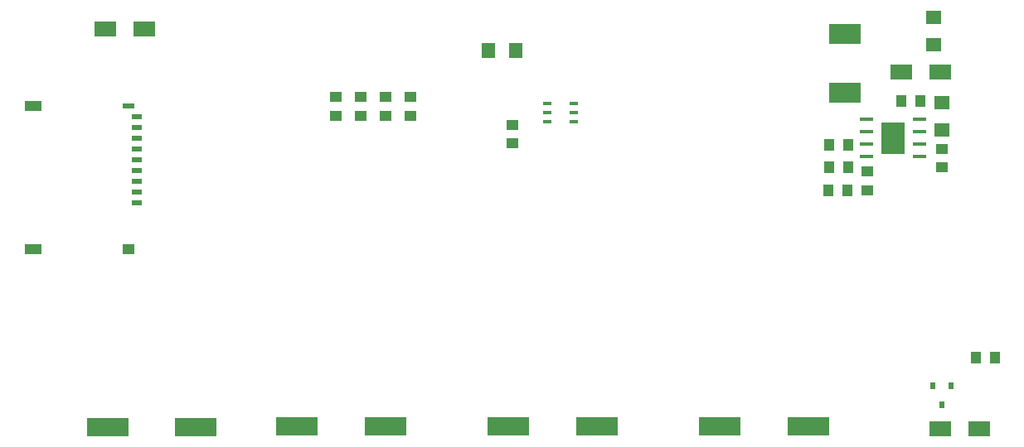
<source format=gbr>
G04 DipTrace 3.3.1.3*
G04 TopPaste.gbr*
%MOIN*%
G04 #@! TF.FileFunction,Paste,Top*
G04 #@! TF.Part,Single*
%ADD71R,0.054992X0.062866*%
%ADD73R,0.035307X0.015622*%
%ADD75R,0.09515X0.130189*%
%ADD77R,0.054992X0.016016*%
%ADD89R,0.047118X0.023496*%
%ADD91R,0.047118X0.039244*%
%ADD93R,0.07074X0.039244*%
%ADD95R,0.043181X0.019559*%
%ADD97R,0.051055X0.043181*%
%ADD99R,0.023496X0.027433*%
%ADD103R,0.129795X0.08452*%
%ADD117R,0.090425X0.058929*%
%ADD119R,0.062866X0.054992*%
%ADD121R,0.043181X0.051055*%
%ADD123R,0.169165X0.074677*%
%FSLAX26Y26*%
G04*
G70*
G90*
G75*
G01*
G04 TopPaste*
%LPD*%
D123*
X1181102Y1889763D3*
X826771D3*
X1943700Y1893700D3*
X1589369D3*
X2793700D3*
X2439369D3*
X3643700D3*
X3289369D3*
D121*
X4018700Y3201700D3*
X4093503D3*
D119*
X4180700Y3194700D3*
Y3084464D3*
X4147466Y3427721D3*
Y3537957D3*
D121*
X3803700Y3025700D3*
X3728897D3*
D117*
X818700Y3493700D3*
X976180D3*
X4018700Y3318700D3*
X4176180D3*
X4331200Y1881200D3*
X4173720D3*
D103*
X3791254Y3233991D3*
Y3472180D3*
D99*
X4218700Y2056200D3*
X4143897D3*
X4181298Y1977460D3*
D97*
X2456200Y3106200D3*
Y3031397D3*
X2043700Y3143700D3*
Y3218503D3*
X1943700Y3143700D3*
Y3218503D3*
X1843700Y3143700D3*
Y3218503D3*
X1743700Y3143700D3*
Y3218503D3*
D121*
X4318700Y2168700D3*
X4393503D3*
D97*
X3881700Y2843700D3*
Y2918503D3*
D121*
X3725700Y2843700D3*
X3800503D3*
D97*
X4180700Y2934700D3*
Y3009503D3*
D121*
X3803700Y2934700D3*
X3728897D3*
D95*
X943700Y2793700D3*
Y2837007D3*
Y2880314D3*
Y2923621D3*
Y2966928D3*
Y3010235D3*
Y3053543D3*
Y3096850D3*
Y3140157D3*
D93*
X528346Y2605511D3*
D91*
X910235D3*
D89*
Y3183464D3*
D93*
X528346D3*
D77*
X3878745Y3127752D3*
Y3077752D3*
Y3027752D3*
Y2977752D3*
X4091343D3*
Y3027752D3*
Y3077752D3*
Y3127752D3*
D75*
X3985044Y3052752D3*
D73*
X2593700Y3193700D3*
Y3156298D3*
Y3118897D3*
X2699999D3*
Y3156298D3*
Y3193700D3*
D71*
X2468700Y3406200D3*
X2358464D3*
M02*

</source>
